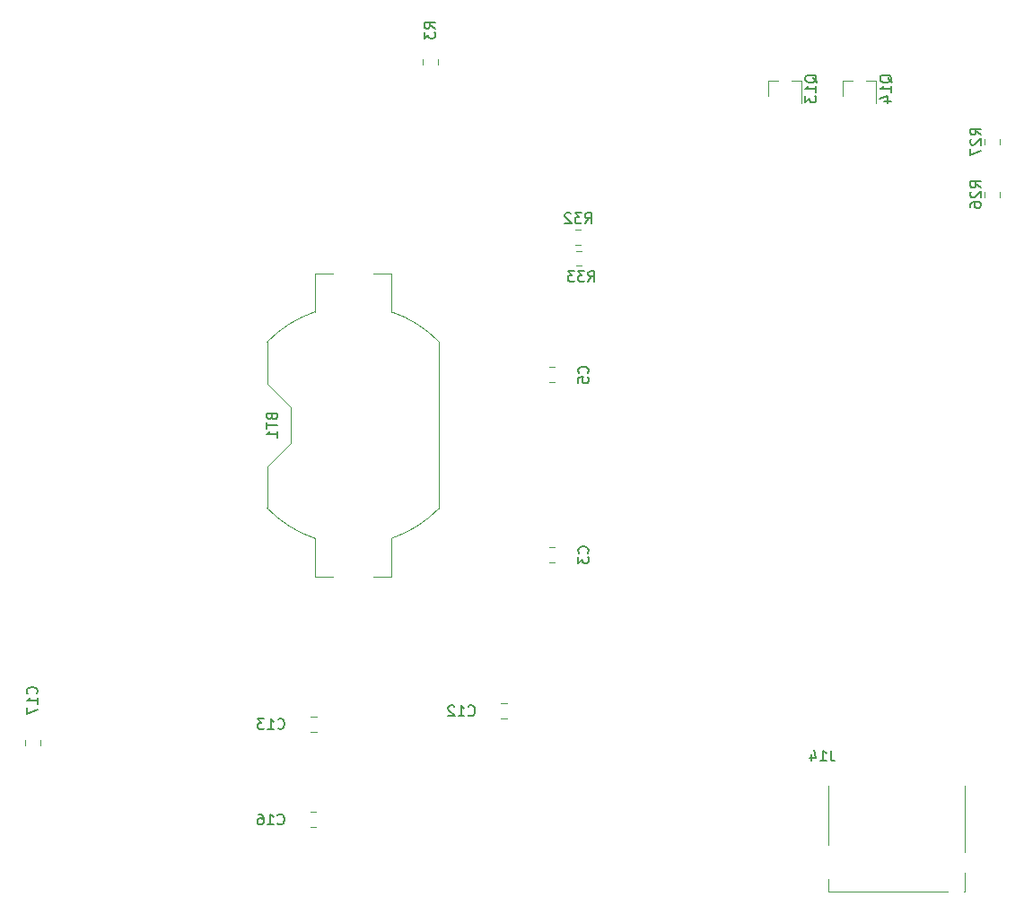
<source format=gbr>
G04 #@! TF.GenerationSoftware,KiCad,Pcbnew,7.0.2-6a45011f42~172~ubuntu22.04.1*
G04 #@! TF.CreationDate,2023-04-26T17:59:51-03:00*
G04 #@! TF.ProjectId,envcity_aqm_v2_2layers,656e7663-6974-4795-9f61-716d5f76325f,rev?*
G04 #@! TF.SameCoordinates,Original*
G04 #@! TF.FileFunction,Legend,Bot*
G04 #@! TF.FilePolarity,Positive*
%FSLAX46Y46*%
G04 Gerber Fmt 4.6, Leading zero omitted, Abs format (unit mm)*
G04 Created by KiCad (PCBNEW 7.0.2-6a45011f42~172~ubuntu22.04.1) date 2023-04-26 17:59:51*
%MOMM*%
%LPD*%
G01*
G04 APERTURE LIST*
%ADD10C,0.150000*%
%ADD11C,0.120000*%
G04 APERTURE END LIST*
D10*
X204309523Y-138462619D02*
X204309523Y-139176904D01*
X204309523Y-139176904D02*
X204357142Y-139319761D01*
X204357142Y-139319761D02*
X204452380Y-139415000D01*
X204452380Y-139415000D02*
X204595237Y-139462619D01*
X204595237Y-139462619D02*
X204690475Y-139462619D01*
X203309523Y-139462619D02*
X203880951Y-139462619D01*
X203595237Y-139462619D02*
X203595237Y-138462619D01*
X203595237Y-138462619D02*
X203690475Y-138605476D01*
X203690475Y-138605476D02*
X203785713Y-138700714D01*
X203785713Y-138700714D02*
X203880951Y-138748333D01*
X202452380Y-138795952D02*
X202452380Y-139462619D01*
X202690475Y-138415000D02*
X202928570Y-139129285D01*
X202928570Y-139129285D02*
X202309523Y-139129285D01*
X151568809Y-106964285D02*
X151616428Y-107107142D01*
X151616428Y-107107142D02*
X151664047Y-107154761D01*
X151664047Y-107154761D02*
X151759285Y-107202380D01*
X151759285Y-107202380D02*
X151902142Y-107202380D01*
X151902142Y-107202380D02*
X151997380Y-107154761D01*
X151997380Y-107154761D02*
X152045000Y-107107142D01*
X152045000Y-107107142D02*
X152092619Y-107011904D01*
X152092619Y-107011904D02*
X152092619Y-106630952D01*
X152092619Y-106630952D02*
X151092619Y-106630952D01*
X151092619Y-106630952D02*
X151092619Y-106964285D01*
X151092619Y-106964285D02*
X151140238Y-107059523D01*
X151140238Y-107059523D02*
X151187857Y-107107142D01*
X151187857Y-107107142D02*
X151283095Y-107154761D01*
X151283095Y-107154761D02*
X151378333Y-107154761D01*
X151378333Y-107154761D02*
X151473571Y-107107142D01*
X151473571Y-107107142D02*
X151521190Y-107059523D01*
X151521190Y-107059523D02*
X151568809Y-106964285D01*
X151568809Y-106964285D02*
X151568809Y-106630952D01*
X151092619Y-107488095D02*
X151092619Y-108059523D01*
X152092619Y-107773809D02*
X151092619Y-107773809D01*
X152092619Y-108916666D02*
X152092619Y-108345238D01*
X152092619Y-108630952D02*
X151092619Y-108630952D01*
X151092619Y-108630952D02*
X151235476Y-108535714D01*
X151235476Y-108535714D02*
X151330714Y-108440476D01*
X151330714Y-108440476D02*
X151378333Y-108345238D01*
X181367380Y-119833333D02*
X181415000Y-119785714D01*
X181415000Y-119785714D02*
X181462619Y-119642857D01*
X181462619Y-119642857D02*
X181462619Y-119547619D01*
X181462619Y-119547619D02*
X181415000Y-119404762D01*
X181415000Y-119404762D02*
X181319761Y-119309524D01*
X181319761Y-119309524D02*
X181224523Y-119261905D01*
X181224523Y-119261905D02*
X181034047Y-119214286D01*
X181034047Y-119214286D02*
X180891190Y-119214286D01*
X180891190Y-119214286D02*
X180700714Y-119261905D01*
X180700714Y-119261905D02*
X180605476Y-119309524D01*
X180605476Y-119309524D02*
X180510238Y-119404762D01*
X180510238Y-119404762D02*
X180462619Y-119547619D01*
X180462619Y-119547619D02*
X180462619Y-119642857D01*
X180462619Y-119642857D02*
X180510238Y-119785714D01*
X180510238Y-119785714D02*
X180557857Y-119833333D01*
X180462619Y-120166667D02*
X180462619Y-120785714D01*
X180462619Y-120785714D02*
X180843571Y-120452381D01*
X180843571Y-120452381D02*
X180843571Y-120595238D01*
X180843571Y-120595238D02*
X180891190Y-120690476D01*
X180891190Y-120690476D02*
X180938809Y-120738095D01*
X180938809Y-120738095D02*
X181034047Y-120785714D01*
X181034047Y-120785714D02*
X181272142Y-120785714D01*
X181272142Y-120785714D02*
X181367380Y-120738095D01*
X181367380Y-120738095D02*
X181415000Y-120690476D01*
X181415000Y-120690476D02*
X181462619Y-120595238D01*
X181462619Y-120595238D02*
X181462619Y-120309524D01*
X181462619Y-120309524D02*
X181415000Y-120214286D01*
X181415000Y-120214286D02*
X181367380Y-120166667D01*
X181367380Y-102833333D02*
X181415000Y-102785714D01*
X181415000Y-102785714D02*
X181462619Y-102642857D01*
X181462619Y-102642857D02*
X181462619Y-102547619D01*
X181462619Y-102547619D02*
X181415000Y-102404762D01*
X181415000Y-102404762D02*
X181319761Y-102309524D01*
X181319761Y-102309524D02*
X181224523Y-102261905D01*
X181224523Y-102261905D02*
X181034047Y-102214286D01*
X181034047Y-102214286D02*
X180891190Y-102214286D01*
X180891190Y-102214286D02*
X180700714Y-102261905D01*
X180700714Y-102261905D02*
X180605476Y-102309524D01*
X180605476Y-102309524D02*
X180510238Y-102404762D01*
X180510238Y-102404762D02*
X180462619Y-102547619D01*
X180462619Y-102547619D02*
X180462619Y-102642857D01*
X180462619Y-102642857D02*
X180510238Y-102785714D01*
X180510238Y-102785714D02*
X180557857Y-102833333D01*
X180462619Y-103738095D02*
X180462619Y-103261905D01*
X180462619Y-103261905D02*
X180938809Y-103214286D01*
X180938809Y-103214286D02*
X180891190Y-103261905D01*
X180891190Y-103261905D02*
X180843571Y-103357143D01*
X180843571Y-103357143D02*
X180843571Y-103595238D01*
X180843571Y-103595238D02*
X180891190Y-103690476D01*
X180891190Y-103690476D02*
X180938809Y-103738095D01*
X180938809Y-103738095D02*
X181034047Y-103785714D01*
X181034047Y-103785714D02*
X181272142Y-103785714D01*
X181272142Y-103785714D02*
X181367380Y-103738095D01*
X181367380Y-103738095D02*
X181415000Y-103690476D01*
X181415000Y-103690476D02*
X181462619Y-103595238D01*
X181462619Y-103595238D02*
X181462619Y-103357143D01*
X181462619Y-103357143D02*
X181415000Y-103261905D01*
X181415000Y-103261905D02*
X181367380Y-103214286D01*
X170117857Y-135117380D02*
X170165476Y-135165000D01*
X170165476Y-135165000D02*
X170308333Y-135212619D01*
X170308333Y-135212619D02*
X170403571Y-135212619D01*
X170403571Y-135212619D02*
X170546428Y-135165000D01*
X170546428Y-135165000D02*
X170641666Y-135069761D01*
X170641666Y-135069761D02*
X170689285Y-134974523D01*
X170689285Y-134974523D02*
X170736904Y-134784047D01*
X170736904Y-134784047D02*
X170736904Y-134641190D01*
X170736904Y-134641190D02*
X170689285Y-134450714D01*
X170689285Y-134450714D02*
X170641666Y-134355476D01*
X170641666Y-134355476D02*
X170546428Y-134260238D01*
X170546428Y-134260238D02*
X170403571Y-134212619D01*
X170403571Y-134212619D02*
X170308333Y-134212619D01*
X170308333Y-134212619D02*
X170165476Y-134260238D01*
X170165476Y-134260238D02*
X170117857Y-134307857D01*
X169165476Y-135212619D02*
X169736904Y-135212619D01*
X169451190Y-135212619D02*
X169451190Y-134212619D01*
X169451190Y-134212619D02*
X169546428Y-134355476D01*
X169546428Y-134355476D02*
X169641666Y-134450714D01*
X169641666Y-134450714D02*
X169736904Y-134498333D01*
X168784523Y-134307857D02*
X168736904Y-134260238D01*
X168736904Y-134260238D02*
X168641666Y-134212619D01*
X168641666Y-134212619D02*
X168403571Y-134212619D01*
X168403571Y-134212619D02*
X168308333Y-134260238D01*
X168308333Y-134260238D02*
X168260714Y-134307857D01*
X168260714Y-134307857D02*
X168213095Y-134403095D01*
X168213095Y-134403095D02*
X168213095Y-134498333D01*
X168213095Y-134498333D02*
X168260714Y-134641190D01*
X168260714Y-134641190D02*
X168832142Y-135212619D01*
X168832142Y-135212619D02*
X168213095Y-135212619D01*
X152142857Y-136367380D02*
X152190476Y-136415000D01*
X152190476Y-136415000D02*
X152333333Y-136462619D01*
X152333333Y-136462619D02*
X152428571Y-136462619D01*
X152428571Y-136462619D02*
X152571428Y-136415000D01*
X152571428Y-136415000D02*
X152666666Y-136319761D01*
X152666666Y-136319761D02*
X152714285Y-136224523D01*
X152714285Y-136224523D02*
X152761904Y-136034047D01*
X152761904Y-136034047D02*
X152761904Y-135891190D01*
X152761904Y-135891190D02*
X152714285Y-135700714D01*
X152714285Y-135700714D02*
X152666666Y-135605476D01*
X152666666Y-135605476D02*
X152571428Y-135510238D01*
X152571428Y-135510238D02*
X152428571Y-135462619D01*
X152428571Y-135462619D02*
X152333333Y-135462619D01*
X152333333Y-135462619D02*
X152190476Y-135510238D01*
X152190476Y-135510238D02*
X152142857Y-135557857D01*
X151190476Y-136462619D02*
X151761904Y-136462619D01*
X151476190Y-136462619D02*
X151476190Y-135462619D01*
X151476190Y-135462619D02*
X151571428Y-135605476D01*
X151571428Y-135605476D02*
X151666666Y-135700714D01*
X151666666Y-135700714D02*
X151761904Y-135748333D01*
X150857142Y-135462619D02*
X150238095Y-135462619D01*
X150238095Y-135462619D02*
X150571428Y-135843571D01*
X150571428Y-135843571D02*
X150428571Y-135843571D01*
X150428571Y-135843571D02*
X150333333Y-135891190D01*
X150333333Y-135891190D02*
X150285714Y-135938809D01*
X150285714Y-135938809D02*
X150238095Y-136034047D01*
X150238095Y-136034047D02*
X150238095Y-136272142D01*
X150238095Y-136272142D02*
X150285714Y-136367380D01*
X150285714Y-136367380D02*
X150333333Y-136415000D01*
X150333333Y-136415000D02*
X150428571Y-136462619D01*
X150428571Y-136462619D02*
X150714285Y-136462619D01*
X150714285Y-136462619D02*
X150809523Y-136415000D01*
X150809523Y-136415000D02*
X150857142Y-136367380D01*
X152117857Y-145367380D02*
X152165476Y-145415000D01*
X152165476Y-145415000D02*
X152308333Y-145462619D01*
X152308333Y-145462619D02*
X152403571Y-145462619D01*
X152403571Y-145462619D02*
X152546428Y-145415000D01*
X152546428Y-145415000D02*
X152641666Y-145319761D01*
X152641666Y-145319761D02*
X152689285Y-145224523D01*
X152689285Y-145224523D02*
X152736904Y-145034047D01*
X152736904Y-145034047D02*
X152736904Y-144891190D01*
X152736904Y-144891190D02*
X152689285Y-144700714D01*
X152689285Y-144700714D02*
X152641666Y-144605476D01*
X152641666Y-144605476D02*
X152546428Y-144510238D01*
X152546428Y-144510238D02*
X152403571Y-144462619D01*
X152403571Y-144462619D02*
X152308333Y-144462619D01*
X152308333Y-144462619D02*
X152165476Y-144510238D01*
X152165476Y-144510238D02*
X152117857Y-144557857D01*
X151165476Y-145462619D02*
X151736904Y-145462619D01*
X151451190Y-145462619D02*
X151451190Y-144462619D01*
X151451190Y-144462619D02*
X151546428Y-144605476D01*
X151546428Y-144605476D02*
X151641666Y-144700714D01*
X151641666Y-144700714D02*
X151736904Y-144748333D01*
X150308333Y-144462619D02*
X150498809Y-144462619D01*
X150498809Y-144462619D02*
X150594047Y-144510238D01*
X150594047Y-144510238D02*
X150641666Y-144557857D01*
X150641666Y-144557857D02*
X150736904Y-144700714D01*
X150736904Y-144700714D02*
X150784523Y-144891190D01*
X150784523Y-144891190D02*
X150784523Y-145272142D01*
X150784523Y-145272142D02*
X150736904Y-145367380D01*
X150736904Y-145367380D02*
X150689285Y-145415000D01*
X150689285Y-145415000D02*
X150594047Y-145462619D01*
X150594047Y-145462619D02*
X150403571Y-145462619D01*
X150403571Y-145462619D02*
X150308333Y-145415000D01*
X150308333Y-145415000D02*
X150260714Y-145367380D01*
X150260714Y-145367380D02*
X150213095Y-145272142D01*
X150213095Y-145272142D02*
X150213095Y-145034047D01*
X150213095Y-145034047D02*
X150260714Y-144938809D01*
X150260714Y-144938809D02*
X150308333Y-144891190D01*
X150308333Y-144891190D02*
X150403571Y-144843571D01*
X150403571Y-144843571D02*
X150594047Y-144843571D01*
X150594047Y-144843571D02*
X150689285Y-144891190D01*
X150689285Y-144891190D02*
X150736904Y-144938809D01*
X150736904Y-144938809D02*
X150784523Y-145034047D01*
X129367380Y-133107142D02*
X129415000Y-133059523D01*
X129415000Y-133059523D02*
X129462619Y-132916666D01*
X129462619Y-132916666D02*
X129462619Y-132821428D01*
X129462619Y-132821428D02*
X129415000Y-132678571D01*
X129415000Y-132678571D02*
X129319761Y-132583333D01*
X129319761Y-132583333D02*
X129224523Y-132535714D01*
X129224523Y-132535714D02*
X129034047Y-132488095D01*
X129034047Y-132488095D02*
X128891190Y-132488095D01*
X128891190Y-132488095D02*
X128700714Y-132535714D01*
X128700714Y-132535714D02*
X128605476Y-132583333D01*
X128605476Y-132583333D02*
X128510238Y-132678571D01*
X128510238Y-132678571D02*
X128462619Y-132821428D01*
X128462619Y-132821428D02*
X128462619Y-132916666D01*
X128462619Y-132916666D02*
X128510238Y-133059523D01*
X128510238Y-133059523D02*
X128557857Y-133107142D01*
X129462619Y-134059523D02*
X129462619Y-133488095D01*
X129462619Y-133773809D02*
X128462619Y-133773809D01*
X128462619Y-133773809D02*
X128605476Y-133678571D01*
X128605476Y-133678571D02*
X128700714Y-133583333D01*
X128700714Y-133583333D02*
X128748333Y-133488095D01*
X128462619Y-134392857D02*
X128462619Y-135059523D01*
X128462619Y-135059523D02*
X129462619Y-134630952D01*
X203007857Y-75428571D02*
X202960238Y-75333333D01*
X202960238Y-75333333D02*
X202865000Y-75238095D01*
X202865000Y-75238095D02*
X202722142Y-75095238D01*
X202722142Y-75095238D02*
X202674523Y-75000000D01*
X202674523Y-75000000D02*
X202674523Y-74904762D01*
X202912619Y-74952381D02*
X202865000Y-74857143D01*
X202865000Y-74857143D02*
X202769761Y-74761905D01*
X202769761Y-74761905D02*
X202579285Y-74714286D01*
X202579285Y-74714286D02*
X202245952Y-74714286D01*
X202245952Y-74714286D02*
X202055476Y-74761905D01*
X202055476Y-74761905D02*
X201960238Y-74857143D01*
X201960238Y-74857143D02*
X201912619Y-74952381D01*
X201912619Y-74952381D02*
X201912619Y-75142857D01*
X201912619Y-75142857D02*
X201960238Y-75238095D01*
X201960238Y-75238095D02*
X202055476Y-75333333D01*
X202055476Y-75333333D02*
X202245952Y-75380952D01*
X202245952Y-75380952D02*
X202579285Y-75380952D01*
X202579285Y-75380952D02*
X202769761Y-75333333D01*
X202769761Y-75333333D02*
X202865000Y-75238095D01*
X202865000Y-75238095D02*
X202912619Y-75142857D01*
X202912619Y-75142857D02*
X202912619Y-74952381D01*
X202912619Y-76333333D02*
X202912619Y-75761905D01*
X202912619Y-76047619D02*
X201912619Y-76047619D01*
X201912619Y-76047619D02*
X202055476Y-75952381D01*
X202055476Y-75952381D02*
X202150714Y-75857143D01*
X202150714Y-75857143D02*
X202198333Y-75761905D01*
X201912619Y-76666667D02*
X201912619Y-77285714D01*
X201912619Y-77285714D02*
X202293571Y-76952381D01*
X202293571Y-76952381D02*
X202293571Y-77095238D01*
X202293571Y-77095238D02*
X202341190Y-77190476D01*
X202341190Y-77190476D02*
X202388809Y-77238095D01*
X202388809Y-77238095D02*
X202484047Y-77285714D01*
X202484047Y-77285714D02*
X202722142Y-77285714D01*
X202722142Y-77285714D02*
X202817380Y-77238095D01*
X202817380Y-77238095D02*
X202865000Y-77190476D01*
X202865000Y-77190476D02*
X202912619Y-77095238D01*
X202912619Y-77095238D02*
X202912619Y-76809524D01*
X202912619Y-76809524D02*
X202865000Y-76714286D01*
X202865000Y-76714286D02*
X202817380Y-76666667D01*
X210057857Y-75428571D02*
X210010238Y-75333333D01*
X210010238Y-75333333D02*
X209915000Y-75238095D01*
X209915000Y-75238095D02*
X209772142Y-75095238D01*
X209772142Y-75095238D02*
X209724523Y-75000000D01*
X209724523Y-75000000D02*
X209724523Y-74904762D01*
X209962619Y-74952381D02*
X209915000Y-74857143D01*
X209915000Y-74857143D02*
X209819761Y-74761905D01*
X209819761Y-74761905D02*
X209629285Y-74714286D01*
X209629285Y-74714286D02*
X209295952Y-74714286D01*
X209295952Y-74714286D02*
X209105476Y-74761905D01*
X209105476Y-74761905D02*
X209010238Y-74857143D01*
X209010238Y-74857143D02*
X208962619Y-74952381D01*
X208962619Y-74952381D02*
X208962619Y-75142857D01*
X208962619Y-75142857D02*
X209010238Y-75238095D01*
X209010238Y-75238095D02*
X209105476Y-75333333D01*
X209105476Y-75333333D02*
X209295952Y-75380952D01*
X209295952Y-75380952D02*
X209629285Y-75380952D01*
X209629285Y-75380952D02*
X209819761Y-75333333D01*
X209819761Y-75333333D02*
X209915000Y-75238095D01*
X209915000Y-75238095D02*
X209962619Y-75142857D01*
X209962619Y-75142857D02*
X209962619Y-74952381D01*
X209962619Y-76333333D02*
X209962619Y-75761905D01*
X209962619Y-76047619D02*
X208962619Y-76047619D01*
X208962619Y-76047619D02*
X209105476Y-75952381D01*
X209105476Y-75952381D02*
X209200714Y-75857143D01*
X209200714Y-75857143D02*
X209248333Y-75761905D01*
X209295952Y-77190476D02*
X209962619Y-77190476D01*
X208915000Y-76952381D02*
X209629285Y-76714286D01*
X209629285Y-76714286D02*
X209629285Y-77333333D01*
X166962619Y-70308333D02*
X166486428Y-69975000D01*
X166962619Y-69736905D02*
X165962619Y-69736905D01*
X165962619Y-69736905D02*
X165962619Y-70117857D01*
X165962619Y-70117857D02*
X166010238Y-70213095D01*
X166010238Y-70213095D02*
X166057857Y-70260714D01*
X166057857Y-70260714D02*
X166153095Y-70308333D01*
X166153095Y-70308333D02*
X166295952Y-70308333D01*
X166295952Y-70308333D02*
X166391190Y-70260714D01*
X166391190Y-70260714D02*
X166438809Y-70213095D01*
X166438809Y-70213095D02*
X166486428Y-70117857D01*
X166486428Y-70117857D02*
X166486428Y-69736905D01*
X165962619Y-70641667D02*
X165962619Y-71260714D01*
X165962619Y-71260714D02*
X166343571Y-70927381D01*
X166343571Y-70927381D02*
X166343571Y-71070238D01*
X166343571Y-71070238D02*
X166391190Y-71165476D01*
X166391190Y-71165476D02*
X166438809Y-71213095D01*
X166438809Y-71213095D02*
X166534047Y-71260714D01*
X166534047Y-71260714D02*
X166772142Y-71260714D01*
X166772142Y-71260714D02*
X166867380Y-71213095D01*
X166867380Y-71213095D02*
X166915000Y-71165476D01*
X166915000Y-71165476D02*
X166962619Y-71070238D01*
X166962619Y-71070238D02*
X166962619Y-70784524D01*
X166962619Y-70784524D02*
X166915000Y-70689286D01*
X166915000Y-70689286D02*
X166867380Y-70641667D01*
X218462619Y-85332142D02*
X217986428Y-84998809D01*
X218462619Y-84760714D02*
X217462619Y-84760714D01*
X217462619Y-84760714D02*
X217462619Y-85141666D01*
X217462619Y-85141666D02*
X217510238Y-85236904D01*
X217510238Y-85236904D02*
X217557857Y-85284523D01*
X217557857Y-85284523D02*
X217653095Y-85332142D01*
X217653095Y-85332142D02*
X217795952Y-85332142D01*
X217795952Y-85332142D02*
X217891190Y-85284523D01*
X217891190Y-85284523D02*
X217938809Y-85236904D01*
X217938809Y-85236904D02*
X217986428Y-85141666D01*
X217986428Y-85141666D02*
X217986428Y-84760714D01*
X217557857Y-85713095D02*
X217510238Y-85760714D01*
X217510238Y-85760714D02*
X217462619Y-85855952D01*
X217462619Y-85855952D02*
X217462619Y-86094047D01*
X217462619Y-86094047D02*
X217510238Y-86189285D01*
X217510238Y-86189285D02*
X217557857Y-86236904D01*
X217557857Y-86236904D02*
X217653095Y-86284523D01*
X217653095Y-86284523D02*
X217748333Y-86284523D01*
X217748333Y-86284523D02*
X217891190Y-86236904D01*
X217891190Y-86236904D02*
X218462619Y-85665476D01*
X218462619Y-85665476D02*
X218462619Y-86284523D01*
X217462619Y-87141666D02*
X217462619Y-86951190D01*
X217462619Y-86951190D02*
X217510238Y-86855952D01*
X217510238Y-86855952D02*
X217557857Y-86808333D01*
X217557857Y-86808333D02*
X217700714Y-86713095D01*
X217700714Y-86713095D02*
X217891190Y-86665476D01*
X217891190Y-86665476D02*
X218272142Y-86665476D01*
X218272142Y-86665476D02*
X218367380Y-86713095D01*
X218367380Y-86713095D02*
X218415000Y-86760714D01*
X218415000Y-86760714D02*
X218462619Y-86855952D01*
X218462619Y-86855952D02*
X218462619Y-87046428D01*
X218462619Y-87046428D02*
X218415000Y-87141666D01*
X218415000Y-87141666D02*
X218367380Y-87189285D01*
X218367380Y-87189285D02*
X218272142Y-87236904D01*
X218272142Y-87236904D02*
X218034047Y-87236904D01*
X218034047Y-87236904D02*
X217938809Y-87189285D01*
X217938809Y-87189285D02*
X217891190Y-87141666D01*
X217891190Y-87141666D02*
X217843571Y-87046428D01*
X217843571Y-87046428D02*
X217843571Y-86855952D01*
X217843571Y-86855952D02*
X217891190Y-86760714D01*
X217891190Y-86760714D02*
X217938809Y-86713095D01*
X217938809Y-86713095D02*
X218034047Y-86665476D01*
X218462619Y-80357142D02*
X217986428Y-80023809D01*
X218462619Y-79785714D02*
X217462619Y-79785714D01*
X217462619Y-79785714D02*
X217462619Y-80166666D01*
X217462619Y-80166666D02*
X217510238Y-80261904D01*
X217510238Y-80261904D02*
X217557857Y-80309523D01*
X217557857Y-80309523D02*
X217653095Y-80357142D01*
X217653095Y-80357142D02*
X217795952Y-80357142D01*
X217795952Y-80357142D02*
X217891190Y-80309523D01*
X217891190Y-80309523D02*
X217938809Y-80261904D01*
X217938809Y-80261904D02*
X217986428Y-80166666D01*
X217986428Y-80166666D02*
X217986428Y-79785714D01*
X217557857Y-80738095D02*
X217510238Y-80785714D01*
X217510238Y-80785714D02*
X217462619Y-80880952D01*
X217462619Y-80880952D02*
X217462619Y-81119047D01*
X217462619Y-81119047D02*
X217510238Y-81214285D01*
X217510238Y-81214285D02*
X217557857Y-81261904D01*
X217557857Y-81261904D02*
X217653095Y-81309523D01*
X217653095Y-81309523D02*
X217748333Y-81309523D01*
X217748333Y-81309523D02*
X217891190Y-81261904D01*
X217891190Y-81261904D02*
X218462619Y-80690476D01*
X218462619Y-80690476D02*
X218462619Y-81309523D01*
X217462619Y-81642857D02*
X217462619Y-82309523D01*
X217462619Y-82309523D02*
X218462619Y-81880952D01*
X181117857Y-88712619D02*
X181451190Y-88236428D01*
X181689285Y-88712619D02*
X181689285Y-87712619D01*
X181689285Y-87712619D02*
X181308333Y-87712619D01*
X181308333Y-87712619D02*
X181213095Y-87760238D01*
X181213095Y-87760238D02*
X181165476Y-87807857D01*
X181165476Y-87807857D02*
X181117857Y-87903095D01*
X181117857Y-87903095D02*
X181117857Y-88045952D01*
X181117857Y-88045952D02*
X181165476Y-88141190D01*
X181165476Y-88141190D02*
X181213095Y-88188809D01*
X181213095Y-88188809D02*
X181308333Y-88236428D01*
X181308333Y-88236428D02*
X181689285Y-88236428D01*
X180784523Y-87712619D02*
X180165476Y-87712619D01*
X180165476Y-87712619D02*
X180498809Y-88093571D01*
X180498809Y-88093571D02*
X180355952Y-88093571D01*
X180355952Y-88093571D02*
X180260714Y-88141190D01*
X180260714Y-88141190D02*
X180213095Y-88188809D01*
X180213095Y-88188809D02*
X180165476Y-88284047D01*
X180165476Y-88284047D02*
X180165476Y-88522142D01*
X180165476Y-88522142D02*
X180213095Y-88617380D01*
X180213095Y-88617380D02*
X180260714Y-88665000D01*
X180260714Y-88665000D02*
X180355952Y-88712619D01*
X180355952Y-88712619D02*
X180641666Y-88712619D01*
X180641666Y-88712619D02*
X180736904Y-88665000D01*
X180736904Y-88665000D02*
X180784523Y-88617380D01*
X179784523Y-87807857D02*
X179736904Y-87760238D01*
X179736904Y-87760238D02*
X179641666Y-87712619D01*
X179641666Y-87712619D02*
X179403571Y-87712619D01*
X179403571Y-87712619D02*
X179308333Y-87760238D01*
X179308333Y-87760238D02*
X179260714Y-87807857D01*
X179260714Y-87807857D02*
X179213095Y-87903095D01*
X179213095Y-87903095D02*
X179213095Y-87998333D01*
X179213095Y-87998333D02*
X179260714Y-88141190D01*
X179260714Y-88141190D02*
X179832142Y-88712619D01*
X179832142Y-88712619D02*
X179213095Y-88712619D01*
X181417857Y-94212619D02*
X181751190Y-93736428D01*
X181989285Y-94212619D02*
X181989285Y-93212619D01*
X181989285Y-93212619D02*
X181608333Y-93212619D01*
X181608333Y-93212619D02*
X181513095Y-93260238D01*
X181513095Y-93260238D02*
X181465476Y-93307857D01*
X181465476Y-93307857D02*
X181417857Y-93403095D01*
X181417857Y-93403095D02*
X181417857Y-93545952D01*
X181417857Y-93545952D02*
X181465476Y-93641190D01*
X181465476Y-93641190D02*
X181513095Y-93688809D01*
X181513095Y-93688809D02*
X181608333Y-93736428D01*
X181608333Y-93736428D02*
X181989285Y-93736428D01*
X181084523Y-93212619D02*
X180465476Y-93212619D01*
X180465476Y-93212619D02*
X180798809Y-93593571D01*
X180798809Y-93593571D02*
X180655952Y-93593571D01*
X180655952Y-93593571D02*
X180560714Y-93641190D01*
X180560714Y-93641190D02*
X180513095Y-93688809D01*
X180513095Y-93688809D02*
X180465476Y-93784047D01*
X180465476Y-93784047D02*
X180465476Y-94022142D01*
X180465476Y-94022142D02*
X180513095Y-94117380D01*
X180513095Y-94117380D02*
X180560714Y-94165000D01*
X180560714Y-94165000D02*
X180655952Y-94212619D01*
X180655952Y-94212619D02*
X180941666Y-94212619D01*
X180941666Y-94212619D02*
X181036904Y-94165000D01*
X181036904Y-94165000D02*
X181084523Y-94117380D01*
X180132142Y-93212619D02*
X179513095Y-93212619D01*
X179513095Y-93212619D02*
X179846428Y-93593571D01*
X179846428Y-93593571D02*
X179703571Y-93593571D01*
X179703571Y-93593571D02*
X179608333Y-93641190D01*
X179608333Y-93641190D02*
X179560714Y-93688809D01*
X179560714Y-93688809D02*
X179513095Y-93784047D01*
X179513095Y-93784047D02*
X179513095Y-94022142D01*
X179513095Y-94022142D02*
X179560714Y-94117380D01*
X179560714Y-94117380D02*
X179608333Y-94165000D01*
X179608333Y-94165000D02*
X179703571Y-94212619D01*
X179703571Y-94212619D02*
X179989285Y-94212619D01*
X179989285Y-94212619D02*
X180084523Y-94165000D01*
X180084523Y-94165000D02*
X180132142Y-94117380D01*
D11*
X216935000Y-148075000D02*
X216935000Y-141775000D01*
X204065000Y-147375000D02*
X204065000Y-141775000D01*
X216935000Y-151785000D02*
X216935000Y-149975000D01*
X204065000Y-151785000D02*
X215325000Y-151785000D01*
X204065000Y-150625000D02*
X204065000Y-151785000D01*
X216825000Y-151785000D02*
X216935000Y-151785000D01*
X151138211Y-115595371D02*
G75*
G03*
X155640000Y-118442000I8111789J7845371D01*
G01*
X167361789Y-99904629D02*
G75*
G03*
X162860000Y-97058000I-8111789J-7845371D01*
G01*
X155640000Y-97058000D02*
G75*
G03*
X151138211Y-99904629I3610000J-10692000D01*
G01*
X162860000Y-118442000D02*
G75*
G03*
X167361789Y-115595371I-3610000J10692000D01*
G01*
X157350000Y-122060000D02*
X155640000Y-122060000D01*
X155640000Y-118442000D02*
X155640000Y-122060000D01*
X151140000Y-111610000D02*
X151140000Y-115597300D01*
X153340000Y-109410000D02*
X151140000Y-111610000D01*
X153340000Y-106090000D02*
X153340000Y-109410000D01*
X153340000Y-106090000D02*
X151140000Y-103890000D01*
X151140000Y-99902700D02*
X151140000Y-103890000D01*
X157350000Y-93440000D02*
X155640000Y-93440000D01*
X155640000Y-93440000D02*
X155640000Y-97058000D01*
X162860000Y-97058000D02*
X162860000Y-93440000D01*
X161150000Y-93440000D02*
X162860000Y-93440000D01*
X167360000Y-115597300D02*
X167360000Y-99902700D01*
X161150000Y-122060000D02*
X162860000Y-122060000D01*
X162860000Y-122060000D02*
X162860000Y-118442000D01*
X178261252Y-120710000D02*
X177738748Y-120710000D01*
X178261252Y-119290000D02*
X177738748Y-119290000D01*
X178261252Y-103710000D02*
X177738748Y-103710000D01*
X178261252Y-102290000D02*
X177738748Y-102290000D01*
X173736252Y-135460000D02*
X173213748Y-135460000D01*
X173736252Y-134040000D02*
X173213748Y-134040000D01*
X155786252Y-135290000D02*
X155263748Y-135290000D01*
X155786252Y-136710000D02*
X155263748Y-136710000D01*
X155736252Y-144290000D02*
X155213748Y-144290000D01*
X155736252Y-145710000D02*
X155213748Y-145710000D01*
X128290000Y-138011252D02*
X128290000Y-137488748D01*
X129710000Y-138011252D02*
X129710000Y-137488748D01*
X198370000Y-75240000D02*
X199300000Y-75240000D01*
X201530000Y-75240000D02*
X200600000Y-75240000D01*
X201530000Y-75240000D02*
X201530000Y-77400000D01*
X198370000Y-75240000D02*
X198370000Y-76700000D01*
X205420000Y-75240000D02*
X205420000Y-76700000D01*
X208580000Y-75240000D02*
X208580000Y-77400000D01*
X208580000Y-75240000D02*
X207650000Y-75240000D01*
X205420000Y-75240000D02*
X206350000Y-75240000D01*
X167210000Y-73213748D02*
X167210000Y-73736252D01*
X165790000Y-73213748D02*
X165790000Y-73736252D01*
X220210000Y-86236252D02*
X220210000Y-85713748D01*
X218790000Y-86236252D02*
X218790000Y-85713748D01*
X220210000Y-81261252D02*
X220210000Y-80738748D01*
X218790000Y-81261252D02*
X218790000Y-80738748D01*
X180213748Y-90710000D02*
X180736252Y-90710000D01*
X180213748Y-89290000D02*
X180736252Y-89290000D01*
X180786252Y-92710000D02*
X180263748Y-92710000D01*
X180786252Y-91290000D02*
X180263748Y-91290000D01*
M02*

</source>
